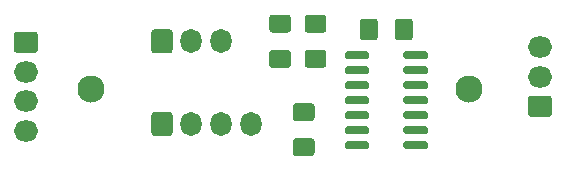
<source format=gbr>
%TF.GenerationSoftware,KiCad,Pcbnew,(5.1.6)-1*%
%TF.CreationDate,2020-08-23T19:38:51+02:00*%
%TF.ProjectId,opto-counter,6f70746f-2d63-46f7-956e-7465722e6b69,rev?*%
%TF.SameCoordinates,Original*%
%TF.FileFunction,Soldermask,Top*%
%TF.FilePolarity,Negative*%
%FSLAX46Y46*%
G04 Gerber Fmt 4.6, Leading zero omitted, Abs format (unit mm)*
G04 Created by KiCad (PCBNEW (5.1.6)-1) date 2020-08-23 19:38:51*
%MOMM*%
%LPD*%
G01*
G04 APERTURE LIST*
%ADD10O,2.050000X1.800000*%
%ADD11O,1.800000X2.050000*%
%ADD12C,2.300000*%
G04 APERTURE END LIST*
%TO.C,C1*%
G36*
G01*
X77750000Y-29657456D02*
X77750000Y-28342544D01*
G75*
G02*
X78017544Y-28075000I267544J0D01*
G01*
X79007456Y-28075000D01*
G75*
G02*
X79275000Y-28342544I0J-267544D01*
G01*
X79275000Y-29657456D01*
G75*
G02*
X79007456Y-29925000I-267544J0D01*
G01*
X78017544Y-29925000D01*
G75*
G02*
X77750000Y-29657456I0J267544D01*
G01*
G37*
G36*
G01*
X80725000Y-29657456D02*
X80725000Y-28342544D01*
G75*
G02*
X80992544Y-28075000I267544J0D01*
G01*
X81982456Y-28075000D01*
G75*
G02*
X82250000Y-28342544I0J-267544D01*
G01*
X82250000Y-29657456D01*
G75*
G02*
X81982456Y-29925000I-267544J0D01*
G01*
X80992544Y-29925000D01*
G75*
G02*
X80725000Y-29657456I0J267544D01*
G01*
G37*
%TD*%
%TO.C,J1*%
G36*
G01*
X48714707Y-29175001D02*
X50235295Y-29175001D01*
G75*
G02*
X50500001Y-29439707I0J-264706D01*
G01*
X50500001Y-30710295D01*
G75*
G02*
X50235295Y-30975001I-264706J0D01*
G01*
X48714707Y-30975001D01*
G75*
G02*
X48450001Y-30710295I0J264706D01*
G01*
X48450001Y-29439707D01*
G75*
G02*
X48714707Y-29175001I264706J0D01*
G01*
G37*
D10*
X49475001Y-32575001D03*
X49475001Y-35075001D03*
X49475001Y-37575001D03*
%TD*%
%TO.C,J2*%
G36*
G01*
X60100000Y-37760294D02*
X60100000Y-36239706D01*
G75*
G02*
X60364706Y-35975000I264706J0D01*
G01*
X61635294Y-35975000D01*
G75*
G02*
X61900000Y-36239706I0J-264706D01*
G01*
X61900000Y-37760294D01*
G75*
G02*
X61635294Y-38025000I-264706J0D01*
G01*
X60364706Y-38025000D01*
G75*
G02*
X60100000Y-37760294I0J264706D01*
G01*
G37*
D11*
X63500000Y-37000000D03*
X66000000Y-37000000D03*
X68500000Y-37000000D03*
%TD*%
%TO.C,J3*%
G36*
G01*
X60100000Y-30760294D02*
X60100000Y-29239706D01*
G75*
G02*
X60364706Y-28975000I264706J0D01*
G01*
X61635294Y-28975000D01*
G75*
G02*
X61900000Y-29239706I0J-264706D01*
G01*
X61900000Y-30760294D01*
G75*
G02*
X61635294Y-31025000I-264706J0D01*
G01*
X60364706Y-31025000D01*
G75*
G02*
X60100000Y-30760294I0J264706D01*
G01*
G37*
X63500000Y-30000000D03*
X66000000Y-30000000D03*
%TD*%
%TO.C,J4*%
G36*
G01*
X93760294Y-36400000D02*
X92239706Y-36400000D01*
G75*
G02*
X91975000Y-36135294I0J264706D01*
G01*
X91975000Y-34864706D01*
G75*
G02*
X92239706Y-34600000I264706J0D01*
G01*
X93760294Y-34600000D01*
G75*
G02*
X94025000Y-34864706I0J-264706D01*
G01*
X94025000Y-36135294D01*
G75*
G02*
X93760294Y-36400000I-264706J0D01*
G01*
G37*
D10*
X93000000Y-33000000D03*
X93000000Y-30500000D03*
%TD*%
%TO.C,R1*%
G36*
G01*
X70342544Y-27750000D02*
X71657456Y-27750000D01*
G75*
G02*
X71925000Y-28017544I0J-267544D01*
G01*
X71925000Y-29007456D01*
G75*
G02*
X71657456Y-29275000I-267544J0D01*
G01*
X70342544Y-29275000D01*
G75*
G02*
X70075000Y-29007456I0J267544D01*
G01*
X70075000Y-28017544D01*
G75*
G02*
X70342544Y-27750000I267544J0D01*
G01*
G37*
G36*
G01*
X70342544Y-30725000D02*
X71657456Y-30725000D01*
G75*
G02*
X71925000Y-30992544I0J-267544D01*
G01*
X71925000Y-31982456D01*
G75*
G02*
X71657456Y-32250000I-267544J0D01*
G01*
X70342544Y-32250000D01*
G75*
G02*
X70075000Y-31982456I0J267544D01*
G01*
X70075000Y-30992544D01*
G75*
G02*
X70342544Y-30725000I267544J0D01*
G01*
G37*
%TD*%
%TO.C,R2*%
G36*
G01*
X73657456Y-39737500D02*
X72342544Y-39737500D01*
G75*
G02*
X72075000Y-39469956I0J267544D01*
G01*
X72075000Y-38480044D01*
G75*
G02*
X72342544Y-38212500I267544J0D01*
G01*
X73657456Y-38212500D01*
G75*
G02*
X73925000Y-38480044I0J-267544D01*
G01*
X73925000Y-39469956D01*
G75*
G02*
X73657456Y-39737500I-267544J0D01*
G01*
G37*
G36*
G01*
X73657456Y-36762500D02*
X72342544Y-36762500D01*
G75*
G02*
X72075000Y-36494956I0J267544D01*
G01*
X72075000Y-35505044D01*
G75*
G02*
X72342544Y-35237500I267544J0D01*
G01*
X73657456Y-35237500D01*
G75*
G02*
X73925000Y-35505044I0J-267544D01*
G01*
X73925000Y-36494956D01*
G75*
G02*
X73657456Y-36762500I-267544J0D01*
G01*
G37*
%TD*%
%TO.C,R3*%
G36*
G01*
X73342544Y-30725000D02*
X74657456Y-30725000D01*
G75*
G02*
X74925000Y-30992544I0J-267544D01*
G01*
X74925000Y-31982456D01*
G75*
G02*
X74657456Y-32250000I-267544J0D01*
G01*
X73342544Y-32250000D01*
G75*
G02*
X73075000Y-31982456I0J267544D01*
G01*
X73075000Y-30992544D01*
G75*
G02*
X73342544Y-30725000I267544J0D01*
G01*
G37*
G36*
G01*
X73342544Y-27750000D02*
X74657456Y-27750000D01*
G75*
G02*
X74925000Y-28017544I0J-267544D01*
G01*
X74925000Y-29007456D01*
G75*
G02*
X74657456Y-29275000I-267544J0D01*
G01*
X73342544Y-29275000D01*
G75*
G02*
X73075000Y-29007456I0J267544D01*
G01*
X73075000Y-28017544D01*
G75*
G02*
X73342544Y-27750000I267544J0D01*
G01*
G37*
%TD*%
%TO.C,U1*%
G36*
G01*
X76500000Y-31365000D02*
X76500000Y-31015000D01*
G75*
G02*
X76675000Y-30840000I175000J0D01*
G01*
X78375000Y-30840000D01*
G75*
G02*
X78550000Y-31015000I0J-175000D01*
G01*
X78550000Y-31365000D01*
G75*
G02*
X78375000Y-31540000I-175000J0D01*
G01*
X76675000Y-31540000D01*
G75*
G02*
X76500000Y-31365000I0J175000D01*
G01*
G37*
G36*
G01*
X76500000Y-32635000D02*
X76500000Y-32285000D01*
G75*
G02*
X76675000Y-32110000I175000J0D01*
G01*
X78375000Y-32110000D01*
G75*
G02*
X78550000Y-32285000I0J-175000D01*
G01*
X78550000Y-32635000D01*
G75*
G02*
X78375000Y-32810000I-175000J0D01*
G01*
X76675000Y-32810000D01*
G75*
G02*
X76500000Y-32635000I0J175000D01*
G01*
G37*
G36*
G01*
X76500000Y-33905000D02*
X76500000Y-33555000D01*
G75*
G02*
X76675000Y-33380000I175000J0D01*
G01*
X78375000Y-33380000D01*
G75*
G02*
X78550000Y-33555000I0J-175000D01*
G01*
X78550000Y-33905000D01*
G75*
G02*
X78375000Y-34080000I-175000J0D01*
G01*
X76675000Y-34080000D01*
G75*
G02*
X76500000Y-33905000I0J175000D01*
G01*
G37*
G36*
G01*
X76500000Y-35175000D02*
X76500000Y-34825000D01*
G75*
G02*
X76675000Y-34650000I175000J0D01*
G01*
X78375000Y-34650000D01*
G75*
G02*
X78550000Y-34825000I0J-175000D01*
G01*
X78550000Y-35175000D01*
G75*
G02*
X78375000Y-35350000I-175000J0D01*
G01*
X76675000Y-35350000D01*
G75*
G02*
X76500000Y-35175000I0J175000D01*
G01*
G37*
G36*
G01*
X76500000Y-36445000D02*
X76500000Y-36095000D01*
G75*
G02*
X76675000Y-35920000I175000J0D01*
G01*
X78375000Y-35920000D01*
G75*
G02*
X78550000Y-36095000I0J-175000D01*
G01*
X78550000Y-36445000D01*
G75*
G02*
X78375000Y-36620000I-175000J0D01*
G01*
X76675000Y-36620000D01*
G75*
G02*
X76500000Y-36445000I0J175000D01*
G01*
G37*
G36*
G01*
X76500000Y-37715000D02*
X76500000Y-37365000D01*
G75*
G02*
X76675000Y-37190000I175000J0D01*
G01*
X78375000Y-37190000D01*
G75*
G02*
X78550000Y-37365000I0J-175000D01*
G01*
X78550000Y-37715000D01*
G75*
G02*
X78375000Y-37890000I-175000J0D01*
G01*
X76675000Y-37890000D01*
G75*
G02*
X76500000Y-37715000I0J175000D01*
G01*
G37*
G36*
G01*
X76500000Y-38985000D02*
X76500000Y-38635000D01*
G75*
G02*
X76675000Y-38460000I175000J0D01*
G01*
X78375000Y-38460000D01*
G75*
G02*
X78550000Y-38635000I0J-175000D01*
G01*
X78550000Y-38985000D01*
G75*
G02*
X78375000Y-39160000I-175000J0D01*
G01*
X76675000Y-39160000D01*
G75*
G02*
X76500000Y-38985000I0J175000D01*
G01*
G37*
G36*
G01*
X81450000Y-38985000D02*
X81450000Y-38635000D01*
G75*
G02*
X81625000Y-38460000I175000J0D01*
G01*
X83325000Y-38460000D01*
G75*
G02*
X83500000Y-38635000I0J-175000D01*
G01*
X83500000Y-38985000D01*
G75*
G02*
X83325000Y-39160000I-175000J0D01*
G01*
X81625000Y-39160000D01*
G75*
G02*
X81450000Y-38985000I0J175000D01*
G01*
G37*
G36*
G01*
X81450000Y-37715000D02*
X81450000Y-37365000D01*
G75*
G02*
X81625000Y-37190000I175000J0D01*
G01*
X83325000Y-37190000D01*
G75*
G02*
X83500000Y-37365000I0J-175000D01*
G01*
X83500000Y-37715000D01*
G75*
G02*
X83325000Y-37890000I-175000J0D01*
G01*
X81625000Y-37890000D01*
G75*
G02*
X81450000Y-37715000I0J175000D01*
G01*
G37*
G36*
G01*
X81450000Y-36445000D02*
X81450000Y-36095000D01*
G75*
G02*
X81625000Y-35920000I175000J0D01*
G01*
X83325000Y-35920000D01*
G75*
G02*
X83500000Y-36095000I0J-175000D01*
G01*
X83500000Y-36445000D01*
G75*
G02*
X83325000Y-36620000I-175000J0D01*
G01*
X81625000Y-36620000D01*
G75*
G02*
X81450000Y-36445000I0J175000D01*
G01*
G37*
G36*
G01*
X81450000Y-35175000D02*
X81450000Y-34825000D01*
G75*
G02*
X81625000Y-34650000I175000J0D01*
G01*
X83325000Y-34650000D01*
G75*
G02*
X83500000Y-34825000I0J-175000D01*
G01*
X83500000Y-35175000D01*
G75*
G02*
X83325000Y-35350000I-175000J0D01*
G01*
X81625000Y-35350000D01*
G75*
G02*
X81450000Y-35175000I0J175000D01*
G01*
G37*
G36*
G01*
X81450000Y-33905000D02*
X81450000Y-33555000D01*
G75*
G02*
X81625000Y-33380000I175000J0D01*
G01*
X83325000Y-33380000D01*
G75*
G02*
X83500000Y-33555000I0J-175000D01*
G01*
X83500000Y-33905000D01*
G75*
G02*
X83325000Y-34080000I-175000J0D01*
G01*
X81625000Y-34080000D01*
G75*
G02*
X81450000Y-33905000I0J175000D01*
G01*
G37*
G36*
G01*
X81450000Y-32635000D02*
X81450000Y-32285000D01*
G75*
G02*
X81625000Y-32110000I175000J0D01*
G01*
X83325000Y-32110000D01*
G75*
G02*
X83500000Y-32285000I0J-175000D01*
G01*
X83500000Y-32635000D01*
G75*
G02*
X83325000Y-32810000I-175000J0D01*
G01*
X81625000Y-32810000D01*
G75*
G02*
X81450000Y-32635000I0J175000D01*
G01*
G37*
G36*
G01*
X81450000Y-31365000D02*
X81450000Y-31015000D01*
G75*
G02*
X81625000Y-30840000I175000J0D01*
G01*
X83325000Y-30840000D01*
G75*
G02*
X83500000Y-31015000I0J-175000D01*
G01*
X83500000Y-31365000D01*
G75*
G02*
X83325000Y-31540000I-175000J0D01*
G01*
X81625000Y-31540000D01*
G75*
G02*
X81450000Y-31365000I0J175000D01*
G01*
G37*
%TD*%
D12*
%TO.C,H1*%
X87000000Y-34000000D03*
%TD*%
%TO.C,H2*%
X55000000Y-34000000D03*
%TD*%
M02*

</source>
